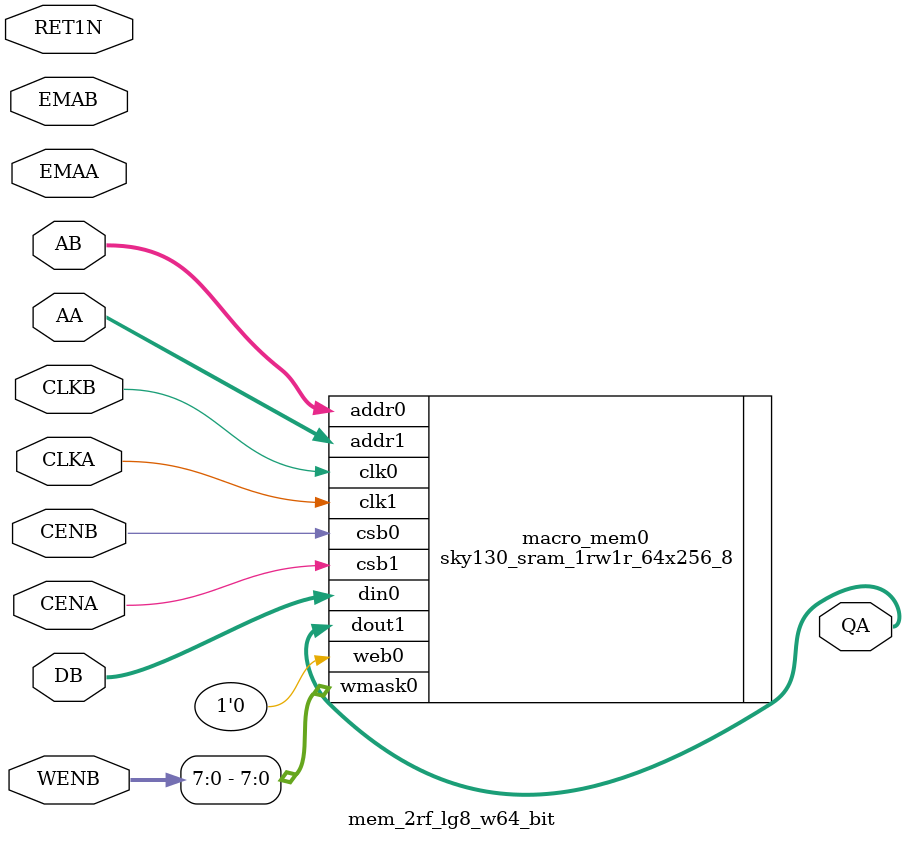
<source format=v>
module mem_1rf_lg6_w80_bit (Q, CLK, CEN, WEN, A, D, EMA, EMAW, GWEN, RET1N);

  output [79:0] Q;
  input  CLK;
  input  CEN;
  input [79:0] WEN;
  input [5:0] A;
  input [79:0] D;
  input [2:0] EMA;
  input [1:0] EMAW;
  input  GWEN;
  input  RET1N;

  sky130_sram_1rw1r_80x64_8
  macro_mem
  (
    .dout0(Q),
    .clk0(CLK),
    .csb0(CEN),
    .wmask0(WEN[9:0]),
    .addr0(A),
    .din0(D),
    .web0(GWEN),
    .addr1(6'b000000),
    .csb1(1'b1),
    .clk1(1'b0),
  );

endmodule

module mem_1rf_lg8_w128_all (Q, CLK, CEN, WEN, A, D, EMA, EMAW, RET1N);

  output [127:0] Q;
  input  CLK;
  input  CEN;
  input  WEN;
  input [7:0] A;
  input [127:0] D;
  input [2:0] EMA;
  input [1:0] EMAW;
  input  RET1N;


  sky130_sram_1rw1r_128x256_8
  macro_mem
  (
    .dout0(Q),
    .clk0(CLK),
    .csb0(CEN),
    .web0(WEN),
    .wmask0(16'b1111111111111111),
    .addr0(A),
    .din0(D),
    .clk1(1'b0),
    .csb1(1'b1),
    .addr1(8'b00000000)
  );

endmodule

module mem_2rf_lg6_w44_bit (QA, CLKA, CENA, AA, CLKB, CENB, WENB, AB, DB, EMAA, EMAB, RET1N);

  output [43:0] QA;
  input  CLKA;
  input  CENA;
  input [5:0] AA;
  input  CLKB;
  input  CENB;
  input [43:0] WENB;
  input [5:0] AB;
  input [43:0] DB;
  input [2:0] EMAA;
  input [2:0] EMAB;
  input  RET1N;

  sky130_sram_1rw1r_44x64_8
  macro_mem0
  (
    .clk1(CLKA),
    .clk0(CLKB),
    .addr1(AA),
    .csb1(CENA),
    .dout1(QA),
    .addr0(AB),
    .din0(DB),
    .csb0(CENB),
    .web0(1'b0),
    .wmask0(WENB[5:0])
  );

endmodule

module mem_2rf_lg8_w64_bit (QA, CLKA, CENA, AA, CLKB, CENB, WENB, AB, DB, EMAA, EMAB, RET1N);

  output [63:0] QA;
  input  CLKA;
  input  CENA;
  input [7:0] AA;
  input  CLKB;
  input  CENB;
  input [63:0] WENB;
  input [7:0] AB;
  input [63:0] DB;
  input [2:0] EMAA;
  input [2:0] EMAB;
  input  RET1N;

  sky130_sram_1rw1r_64x256_8
  macro_mem0
  (
    .clk1(CLKA),
    .clk0(CLKB),
    .addr1(AA),
    .csb1(CENA),
    .dout1(QA),
    .addr0(AB),
    .din0(DB),
    .csb0(CENB),
    .wmask0(WENB[7:0]),
    .web0(1'b0)
  );

endmodule

</source>
